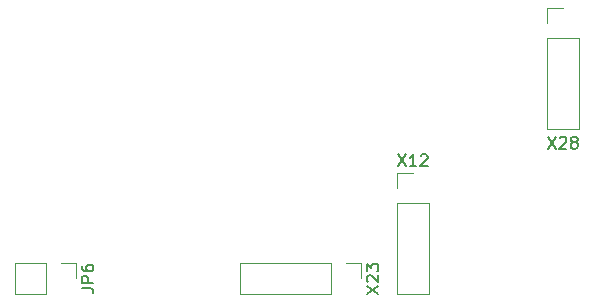
<source format=gto>
G04 #@! TF.GenerationSoftware,KiCad,Pcbnew,5.1.5*
G04 #@! TF.CreationDate,2020-05-30T11:49:08+02:00*
G04 #@! TF.ProjectId,PIV_CDMix,5049565f-4344-44d6-9978-2e6b69636164,rev?*
G04 #@! TF.SameCoordinates,Original*
G04 #@! TF.FileFunction,Legend,Top*
G04 #@! TF.FilePolarity,Positive*
%FSLAX46Y46*%
G04 Gerber Fmt 4.6, Leading zero omitted, Abs format (unit mm)*
G04 Created by KiCad (PCBNEW 5.1.5) date 2020-05-30 11:49:08*
%MOMM*%
%LPD*%
G04 APERTURE LIST*
%ADD10C,0.120000*%
%ADD11C,0.150000*%
G04 APERTURE END LIST*
D10*
X169485000Y-93920000D02*
X170815000Y-93920000D01*
X169485000Y-95250000D02*
X169485000Y-93920000D01*
X172145000Y-96520000D02*
X169485000Y-96520000D01*
X172145000Y-104200000D02*
X172145000Y-96520000D01*
X169485000Y-104200000D02*
X172145000Y-104200000D01*
X169485000Y-96520000D02*
X169485000Y-104200000D01*
X153730000Y-115510000D02*
X153730000Y-116840000D01*
X152400000Y-115510000D02*
X153730000Y-115510000D01*
X151130000Y-118170000D02*
X151130000Y-115510000D01*
X143450000Y-118170000D02*
X151130000Y-118170000D01*
X143450000Y-115510000D02*
X143450000Y-118170000D01*
X151130000Y-115510000D02*
X143450000Y-115510000D01*
X156785000Y-107890000D02*
X158115000Y-107890000D01*
X156785000Y-109220000D02*
X156785000Y-107890000D01*
X159445000Y-110490000D02*
X156785000Y-110490000D01*
X159445000Y-118170000D02*
X159445000Y-110490000D01*
X156785000Y-118170000D02*
X159445000Y-118170000D01*
X156785000Y-110490000D02*
X156785000Y-118170000D01*
X129600000Y-115510000D02*
X129600000Y-116840000D01*
X128270000Y-115510000D02*
X129600000Y-115510000D01*
X127000000Y-118170000D02*
X127000000Y-115510000D01*
X124400000Y-118170000D02*
X127000000Y-118170000D01*
X124400000Y-115510000D02*
X124400000Y-118170000D01*
X127000000Y-115510000D02*
X124400000Y-115510000D01*
D11*
X169529285Y-104862380D02*
X170195952Y-105862380D01*
X170195952Y-104862380D02*
X169529285Y-105862380D01*
X170529285Y-104957619D02*
X170576904Y-104910000D01*
X170672142Y-104862380D01*
X170910238Y-104862380D01*
X171005476Y-104910000D01*
X171053095Y-104957619D01*
X171100714Y-105052857D01*
X171100714Y-105148095D01*
X171053095Y-105290952D01*
X170481666Y-105862380D01*
X171100714Y-105862380D01*
X171672142Y-105290952D02*
X171576904Y-105243333D01*
X171529285Y-105195714D01*
X171481666Y-105100476D01*
X171481666Y-105052857D01*
X171529285Y-104957619D01*
X171576904Y-104910000D01*
X171672142Y-104862380D01*
X171862619Y-104862380D01*
X171957857Y-104910000D01*
X172005476Y-104957619D01*
X172053095Y-105052857D01*
X172053095Y-105100476D01*
X172005476Y-105195714D01*
X171957857Y-105243333D01*
X171862619Y-105290952D01*
X171672142Y-105290952D01*
X171576904Y-105338571D01*
X171529285Y-105386190D01*
X171481666Y-105481428D01*
X171481666Y-105671904D01*
X171529285Y-105767142D01*
X171576904Y-105814761D01*
X171672142Y-105862380D01*
X171862619Y-105862380D01*
X171957857Y-105814761D01*
X172005476Y-105767142D01*
X172053095Y-105671904D01*
X172053095Y-105481428D01*
X172005476Y-105386190D01*
X171957857Y-105338571D01*
X171862619Y-105290952D01*
X154182380Y-118125714D02*
X155182380Y-117459047D01*
X154182380Y-117459047D02*
X155182380Y-118125714D01*
X154277619Y-117125714D02*
X154230000Y-117078095D01*
X154182380Y-116982857D01*
X154182380Y-116744761D01*
X154230000Y-116649523D01*
X154277619Y-116601904D01*
X154372857Y-116554285D01*
X154468095Y-116554285D01*
X154610952Y-116601904D01*
X155182380Y-117173333D01*
X155182380Y-116554285D01*
X154182380Y-116220952D02*
X154182380Y-115601904D01*
X154563333Y-115935238D01*
X154563333Y-115792380D01*
X154610952Y-115697142D01*
X154658571Y-115649523D01*
X154753809Y-115601904D01*
X154991904Y-115601904D01*
X155087142Y-115649523D01*
X155134761Y-115697142D01*
X155182380Y-115792380D01*
X155182380Y-116078095D01*
X155134761Y-116173333D01*
X155087142Y-116220952D01*
X156829285Y-106342380D02*
X157495952Y-107342380D01*
X157495952Y-106342380D02*
X156829285Y-107342380D01*
X158400714Y-107342380D02*
X157829285Y-107342380D01*
X158115000Y-107342380D02*
X158115000Y-106342380D01*
X158019761Y-106485238D01*
X157924523Y-106580476D01*
X157829285Y-106628095D01*
X158781666Y-106437619D02*
X158829285Y-106390000D01*
X158924523Y-106342380D01*
X159162619Y-106342380D01*
X159257857Y-106390000D01*
X159305476Y-106437619D01*
X159353095Y-106532857D01*
X159353095Y-106628095D01*
X159305476Y-106770952D01*
X158734047Y-107342380D01*
X159353095Y-107342380D01*
X130052380Y-117673333D02*
X130766666Y-117673333D01*
X130909523Y-117720952D01*
X131004761Y-117816190D01*
X131052380Y-117959047D01*
X131052380Y-118054285D01*
X131052380Y-117197142D02*
X130052380Y-117197142D01*
X130052380Y-116816190D01*
X130100000Y-116720952D01*
X130147619Y-116673333D01*
X130242857Y-116625714D01*
X130385714Y-116625714D01*
X130480952Y-116673333D01*
X130528571Y-116720952D01*
X130576190Y-116816190D01*
X130576190Y-117197142D01*
X130052380Y-115768571D02*
X130052380Y-115959047D01*
X130100000Y-116054285D01*
X130147619Y-116101904D01*
X130290476Y-116197142D01*
X130480952Y-116244761D01*
X130861904Y-116244761D01*
X130957142Y-116197142D01*
X131004761Y-116149523D01*
X131052380Y-116054285D01*
X131052380Y-115863809D01*
X131004761Y-115768571D01*
X130957142Y-115720952D01*
X130861904Y-115673333D01*
X130623809Y-115673333D01*
X130528571Y-115720952D01*
X130480952Y-115768571D01*
X130433333Y-115863809D01*
X130433333Y-116054285D01*
X130480952Y-116149523D01*
X130528571Y-116197142D01*
X130623809Y-116244761D01*
M02*

</source>
